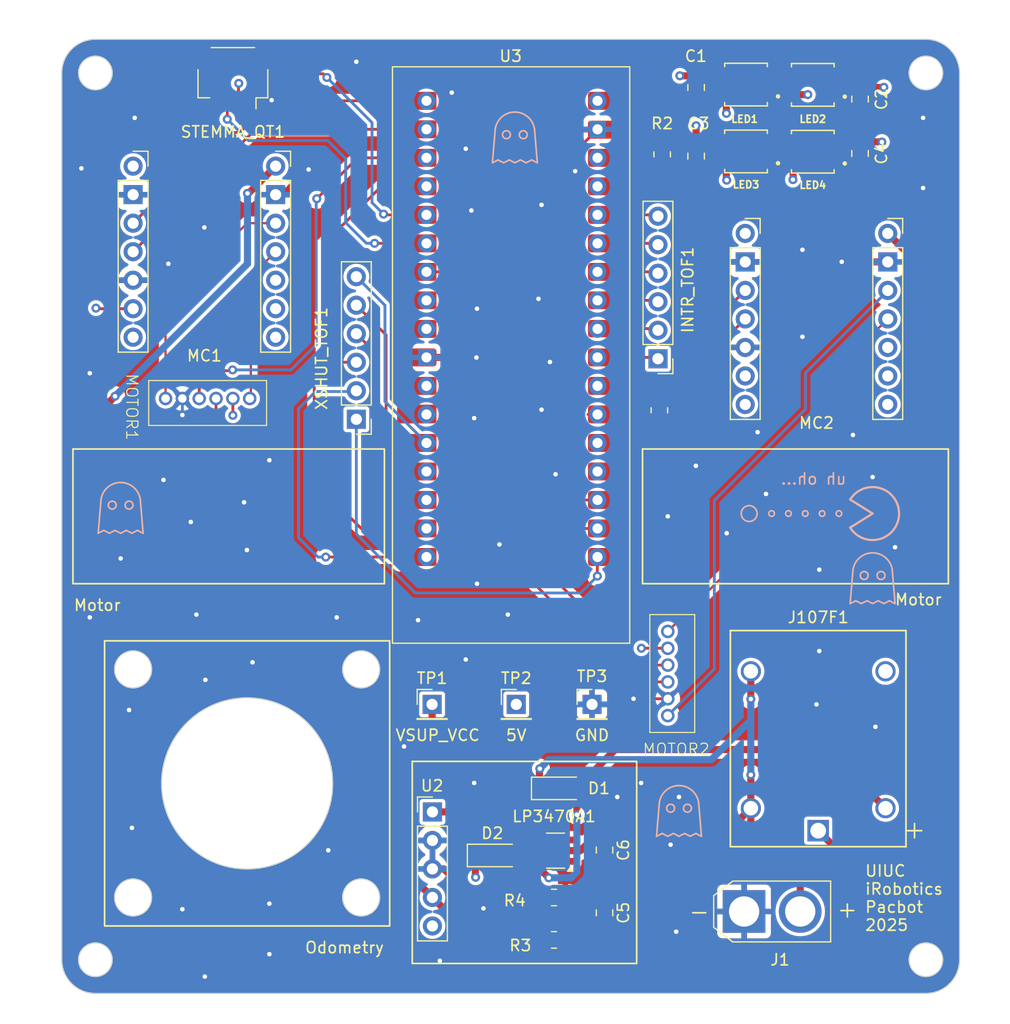
<source format=kicad_pcb>
(kicad_pcb (version 20240108) (generator "pcbnew") (generator_version "8.0")
  (layers (0 "F.Cu" power) (1 "In1.Cu" signal) (2 "In2.Cu" signal) (31 "B.Cu" power) (34 "B.Paste" user) (35 "F.Paste" user) (36 "B.SilkS" user "B.Silkscreen") (37 "F.SilkS" user "F.Silkscreen") (38 "B.Mask" user) (39 "F.Mask" user) (44 "Edge.Cuts" user))
  (net 0 "")
  (net 1 "/SERIAL_DATA_LINE")
  (net 2 "/+3.3V")
  (net 3 "/SERIAL_CLOCK_LINE")
  (net 4 "/GND")
  (net 5 "/INTR_TOF3")
  (net 6 "/INTR_TOF4")
  (net 7 "/INTR_TOF5")
  (net 8 "/INTR_TOF2")
  (net 9 "/INTR_TOF6")
  (net 10 "/INTR_TOF1")
  (net 11 "/BAT_12V")
  (net 12 "Net-(D1-A)")
  (net 14 "/12V")
  (net 15 "/MOTOR1_V-")
  (net 16 "/1_ENCA")
  (net 17 "/1_ENCB")
  (net 18 "/MOTOR1_V+")
  (net 19 "/MOTOR2_V-")
  (net 20 "/MOTOR2_V+")
  (net 21 "/2_ENCA")
  (net 22 "/2_ENCB")
  (net 24 "/5V")
  (net 25 "/IMU_INTR")
  (net 27 "Net-(D2-A)")
  (net 28 "/LED_DATA")
  (net 29 "/2_PWM2")
  (net 30 "/XSHUT_TOF2")
  (net 31 "/1_PWM2")
  (net 33 "/XSHUT_TOF6")
  (net 34 "/XSHUT_TOF1")
  (net 35 "/1_PWM1")
  (net 37 "/XSHUT_TOF5")
  (net 38 "/XSHUT_TOF3")
  (net 39 "/XSHUT_TOF4")
  (net 41 "/2_PWM1")
  (net 42 "Net-(LP3470A1-GND)")
  (net 43 "Net-(LP3470A1-VCC)")
  (net 46 "Net-(LED1-DIN)")
  (net 47 "Net-(LED3-DOUT)")
  (net 49 "Net-(LED1-DOUT)")
  (net 50 "Net-(LED2-DOUT)")
  (footprint "Resistor_SMD:R_0805_2012Metric_Pad1.20x1.40mm_HandSolder" (layer "F.Cu") (at 155.415 137.73)
    (property "Reference" "R4")
    (property "Value" "100k")
  )
  (footprint "board1_footprints:Neopixel" (layer "F.Cu") (at 172.52 71.265 180)
    (property "Reference" "LED3")
    (property "Value" "Neopixel")
  )
  (footprint "Capacitor_SMD:C_0805_2012Metric_Pad1.18x1.45mm_HandSolder" (layer "F.Cu") (at 168.075 65.5675 -90)
    (property "Reference" "C1")
    (property "Value" "0.1uF")
  )
  (footprint "board1_footprints:DRV8876" (layer "F.Cu") (at 124.26 66.7175)
    (property "Reference" "MC1")
    (property "Value" "DRV8876")
  )
  (footprint "board1_footprints:SOD-123FL" (layer "F.Cu") (at 155.955 122.925)
    (property "Reference" "D1")
    (property "Value" "D")
  )
  (footprint "Resistor_SMD:R_0805_2012Metric_Pad1.20x1.40mm_HandSolder" (layer "F.Cu") (at 164.8 94.325 90)
    (property "Reference" "R1" (hide yes))
    (property "Value" "4.7k")
  )
  (footprint "board1_footprints:ProS3_TH (1)" (layer "F.Cu") (at 151.69 87.075)
    (property "Reference" "U3")
    (property "Value" "ProS3")
  )
  (footprint "Resistor_SMD:R_0805_2012Metric_Pad1.20x1.40mm_HandSolder" (layer "F.Cu") (at 165.05 71.525 90)
    (property "Reference" "R2")
    (property "Value" "500")
  )
  (footprint "board1_footprints:Neopixel" (layer "F.Cu") (at 172.52 65.31 180)
    (property "Reference" "LED1")
    (property "Value" "Neopixel")
  )
  (footprint "board1_footprints:J107" (layer "F.Cu") (at 178.949999 131.774996 180)
    (property "Reference" "J107F1")
    (property "Value" "~")
  )
  (footprint "Connector_PinHeader_2.54mm:PinHeader_1x01_P2.54mm_Vertical" (layer "F.Cu") (at 144.55 120.525)
    (property "Reference" "TP1")
    (property "Value" "VSUP_VCC")
  )
  (footprint "board1_footprints:DRV8876" (layer "F.Cu") (at 178.8 72.7075)
    (property "Reference" "MC2")
    (property "Value" "DRV8876")
  )
  (footprint "Capacitor_SMD:C_0805_2012Metric_Pad1.18x1.45mm_HandSolder" (layer "F.Cu") (at 159.915 133.505 -90)
    (property "Reference" "C6")
    (property "Value" "0.1uF")
  )
  (footprint "Connector_JST:JST_SH_SM04B-SRSS-TB_1x04-1MP_P1.00mm_Horizontal" (layer "F.Cu") (at 126.8 64.7 180)
    (property "Reference" "STEMMA_QT1")
    (property "Value" "TOF_STEMMA")
  )
  (footprint "Connector_PinHeader_2.54mm:PinHeader_1x06_P2.54mm_Vertical" (layer "F.Cu") (at 164.675 89.735 180)
    (property "Reference" "INTR_TOF1")
    (property "Value" "Conn_01x06_Socket2")
  )
  (footprint "Connector_PinHeader_2.54mm:PinHeader_1x01_P2.54mm_Vertical" (layer "F.Cu") (at 158.8 120.525)
    (property "Reference" "TP3")
    (property "Value" "GND")
  )
  (footprint "board1_footprints:Neopixel" (layer "F.Cu") (at 178.47 71.29 180)
    (property "Reference" "LED4")
    (property "Value" "Neopixel")
  )
  (footprint "board1_footprints:ZH1.5-6" (layer "F.Cu") (at 128.3 93.275 -90)
    (property "Reference" "MOTOR1")
    (property "Value" "Conn_01x06_Pin")
  )
  (footprint "Connector_AMASS:AMASS_XT30U-M_1x02_P5.0mm_Vertical" (layer "F.Cu") (at 172.35 138.975)
    (property "Reference" "J1")
    (property "Value" "XT30 Male Connector")
  )
  (footprint "board1_footprints:SOD-123FL" (layer "F.Cu") (at 150.2425 128.905)
    (property "Reference" "D2")
    (property "Value" "D")
  )
  (footprint "Connector_PinHeader_2.54mm:PinHeader_1x05_P2.54mm_Vertical" (layer "F.Cu") (at 144.58 130.105)
    (property "Reference" "U2")
    (property "Value" "D24V50F5")
  )
  (footprint "Capacitor_SMD:C_0805_2012Metric_Pad1.18x1.45mm_HandSolder" (layer "F.Cu") (at 182.68 66.605 -90)
    (property "Reference" "C2")
    (property "Value" "0.1uF")
  )
  (footprint "Package_TO_SOT_SMD:SOT-23-5" (layer "F.Cu") (at 155.5525 133.555 180)
    (property "Reference" "LP3470A1")
    (property "Value" "~")
  )
  (footprint "Resistor_SMD:R_0805_2012Metric_Pad1.20x1.40mm_HandSolder" (layer "F.Cu") (at 155.415 141.505 180)
    (property "Reference" "R3")
    (property "Value" "150k")
  )
  (footprint "Capacitor_SMD:C_0805_2012Metric_Pad1.18x1.45mm_HandSolder" (layer "F.Cu") (at 159.915 139.0925 -90)
    (property "Reference" "C5")
    (property "Value" "0.1uF")
  )
  (footprint "Connector_PinHeader_2.54mm:PinHeader_1x06_P2.54mm_Vertical" (layer "F.Cu") (at 137.8 95.125 180)
    (property "Reference" "XSHUT_TOF1")
    (property "Value" "Conn_01x06_Socket" (hide yes))
  )
  (footprint "Capacitor_SMD:C_0805_2012Metric_Pad1.18x1.45mm_HandSolder" (layer "F.Cu") (at 168.075 71.685 -90)
    (property "Reference" "C3")
    (property "Value" "0.1uF")
  )
  (footprint "Connector_PinHeader_2.54mm:PinHeader_1x01_P2.54mm_Vertical" (layer "F.Cu") (at 152.05 120.525)
    (property "Reference" "TP2")
    (property "Value" "5V")
  )
  (footprint "board1_footprints:Neopixel" (layer "F.Cu") (at 178.47 65.335 180)
    (property "Reference" "LED2")
    (property "Value" "Neopixel")
  )
  (footprint "Capacitor_SMD:C_0805_2012Metric_Pad1.18x1.45mm_HandSolder" (layer "F.Cu") (at 182.68 71.4525 -90)
    (property "Reference" "C4")
    (property "Value" "0.1uF")
  )
  (footprint "board1_footprints:ZH1.5-6" (layer "F.Cu") (at 165.55 114.025)
    (property "Reference" "MOTOR2")
    (property "Value" "Conn_01x06_Pin")
  )
  (gr_line (start 165.55 132.275) (end 166.05 132.025) (stroke (width 0.15)) (layer "B.SilkS"))
  (gr_line (start 150.925 72.275) (end 151.425 72.025) (stroke (width 0.15)) (layer "B.SilkS"))
  (gr_line (start 115.799999 105.275) (end 116.299999 105.025) (stroke (width 0.15)) (layer "B.SilkS"))
  (gr_line (start 117.799999 105.275) (end 118.299999 105.025) (stroke (width 0.15)) (layer "B.SilkS"))
  (gr_circle (center 183.05 109.042766) (end 182.8 108.792766) (stroke (width 0.15)) (fill none) (layer "B.SilkS"))
  (gr_line (start 164.8 129.275) (end 164.55 132.275) (stroke (width 0.15)) (layer "B.SilkS"))
  (gr_arc (start 150.175001 69.275) (mid 151.925 67.757234) (end 153.674999 69.275) (stroke (width 0.15)) (layer "B.SilkS"))
  (gr_arc (start 181.8 102.275) (mid 186.158493 103.525) (end 181.8 104.775) (stroke (width 0.2)) (layer "B.SilkS"))
  (gr_line (start 181.8 111.542766) (end 182.3 111.292766) (stroke (width 0.15)) (layer "B.SilkS"))
  (gr_line (start 185.3 111.292766) (end 185.8 111.542766) (stroke (width 0.15)) (layer "B.SilkS"))
  (gr_arc (start 115.05 102.275) (mid 116.799999 100.757234) (end 118.549998 102.275) (stroke (width 0.15)) (layer "B.SilkS"))
  (gr_line (start 149.925 72.275) (end 150.425 72.025) (stroke (width 0.15)) (layer "B.SilkS"))
  (gr_line (start 116.799999 105.275) (end 117.299999 105.025) (stroke (width 0.15)) (layer "B.SilkS"))
  (gr_circle (center 174.8 103.525) (end 174.8 103.275) (stroke (width 0.15)) (fill none) (layer "B.SilkS"))
  (gr_line (start 183.3 111.292766) (end 183.8 111.542766) (stroke (width 0.15)) (layer "B.SilkS"))
  (gr_arc (start 182.050001 108.542766) (mid 183.8 107.025) (end 185.549999 108.542766) (stroke (width 0.15)) (layer "B.SilkS"))
  (gr_circle (center 180.8 103.525) (end 180.55 103.525) (stroke (width 0.15)) (fill none) (layer "B.SilkS"))
  (gr_circle (center 152.675 69.775) (end 152.425 69.525) (stroke (width 0.15)) (fill none) (layer "B.SilkS"))
  (gr_line (start 185.55 108.542766) (end 185.8 111.542766) (stroke (width 0.15)) (layer "B.SilkS"))
  (gr_line (start 167.05 132.025) (end 167.55 132.275) (stroke (width 0.15)) (layer "B.SilkS"))
  (gr_circle (center 184.55 109.042766) (end 184.3 108.792766) (stroke (width 0.15)) (fill none) (layer "B.SilkS"))
  (gr_line (start 166.55 132.275) (end 167.05 132.025) (stroke (width 0.15)) (layer "B.SilkS"))
  (gr_line (start 168.3 129.275) (end 168.55 132.275) (stroke (width 0.15)) (layer "B.SilkS"))
  (gr_line (start 152.925 72.275) (end 153.425 72.025) (stroke (width 0.15)) (layer "B.SilkS"))
  (gr_line (start 117.299999 105.025) (end 117.799999 105.275) (stroke (width 0.15)) (layer "B.SilkS"))
  (gr_line (start 183.8 111.542766) (end 184.3 111.292766) (stroke (width 0.15)) (layer "B.SilkS"))
  (gr_line (start 150.175 69.275) (end 149.925 72.275) (stroke (width 0.15)) (layer "B.SilkS"))
  (gr_line (start 165.05 132.025) (end 165.55 132.275) (stroke (width 0.15)) (layer "B.SilkS"))
  (gr_line (start 114.799999 105.275) (end 115.299999 105.025) (stroke (width 0.15)) (layer "B.SilkS"))
  (gr_line (start 167.55 132.275) (end 168.05 132.025) (stroke (width 0.15)) (layer "B.SilkS"))
  (gr_line (start 153.425 72.025) (end 153.925 72.275) (stroke (width 0.15)) (layer "B.SilkS"))
  (gr_line (start 151.925 72.275) (end 152.425 72.025) (stroke (width 0.15)) (layer "B.SilkS"))
  (gr_line (start 168.05 132.025) (end 168.55 132.275) (stroke (width 0.15)) (layer "B.SilkS"))
  (gr_circle (center 165.8 129.775) (end 165.55 129.525) (stroke (width 0.15)) (fill none) (layer "B.SilkS"))
  (gr_line (start 164.55 132.275) (end 165.05 132.025) (stroke (width 0.15)) (layer "B.SilkS"))
  (gr_circle (center 179.3 103.525) (end 179.05 103.525) (stroke (width 0.15)) (fill none) (layer "B.SilkS"))
  (gr_circle (center 167.3 129.775) (end 167.05 129.525) (stroke (width 0.15)) (fill none) (layer "B.SilkS"))
  (gr_line (start 151.425 72.025) (end 151.925 72.275) (stroke (width 0.15)) (layer "B.SilkS"))
  (gr_line (start 152.425 72.025) (end 152.925 72.275) (stroke (width 0.15)) (layer "B.SilkS"))
  (gr_line (start 166.05 132.025) (end 166.55 132.275) (stroke (width 0.15)) (layer "B.SilkS"))
  (gr_line (start 115.049999 102.275) (end 114.799999 105.275) (stroke (width 0.15)) (layer "B.SilkS"))
  (gr_circle (center 176.3 103.525) (end 176.05 103.525) (stroke (width 0.15)) (fill none) (layer "B.SilkS"))
  (gr_line (start 182.05 108.542766) (end 181.8 111.542766) (stroke (width 0.15)) (layer "B.SilkS"))
  (gr_circle (center 116.049999 102.775) (end 115.799999 102.525) (stroke (width 0.15)) (fill none) (layer "B.SilkS"))
  (gr_line (start 118.299999 105.025) (end 118.799999 105.275) (stroke (width 0.15)) (layer "B.SilkS"))
  (gr_line (start 184.8 111.542766) (end 185.3 111.292766) (stroke (width 0.15)) (layer "B.SilkS"))
  (gr_line (start 184.3 111.292766) (end 184.8 111.542766) (stroke (width 0.15)) (layer "B.SilkS"))
  (gr_line (start 150.425 72.025) (end 150.925 72.275) (stroke (width 0.15)) (layer "B.SilkS"))
  (gr_line (start 181.8 102.275) (end 183.8 103.525) (stroke (width 0.2)) (layer "B.SilkS"))
  (gr_line (start 182.8 111.542766) (end 183.3 111.292766) (stroke (width 0.15)) (layer "B.SilkS"))
  (gr_line (start 182.3 111.292766) (end 182.8 111.542766) (stroke (width 0.15)) (layer "B.SilkS"))
  (gr_line (start 118.549999 102.275) (end 118.799999 105.275) (stroke (width 0.15)) (layer "B.SilkS"))
  (gr_line (start 153.675 69.275) (end 153.925 72.275) (stroke (width 0.15)) (layer "B.SilkS"))
  (gr_arc (start 164.800001 129.275) (mid 166.55 127.757234) (end 168.299999 129.275) (stroke (width 0.15)) (layer "B.SilkS"))
  (gr_line (start 115.299999 105.025) (end 115.799999 105.275) (stroke (width 0.15)) (layer "B.SilkS"))
  (gr_line (start 181.8 104.775) (end 183.8 103.525) (stroke (width 0.2)) (layer "B.SilkS"))
  (gr_circle (center 172.8 103.525) (end 172.3 103.025) (stroke (width 0.15)) (fill none) (layer "B.SilkS"))
  (gr_circle (center 177.8 103.525) (end 177.55 103.525) (stroke (width 0.15)) (fill none) (layer "B.SilkS"))
  (gr_line (start 116.299999 105.025) (end 116.799999 105.275) (stroke (width 0.15)) (layer "B.SilkS"))
  (gr_circle (center 151.175 69.775) (end 150.925 69.525) (stroke (width 0.15)) (fill none) (layer "B.SilkS"))
  (gr_circle (center 117.549999 102.775) (end 117.299999 102.525) (stroke (width 0.15)) (fill none) (layer "B.SilkS"))
  (gr_rect (start 112.55 97.775) (end 140.3 109.775) (stroke (width 0.15)) (fill none) (layer "F.SilkS"))
  (gr_rect (start 163.3 97.775) (end 190.55 109.775) (stroke (width 0.15)) (fill none) (layer "F.SilkS"))
  (gr_rect (start 115.37 114.865) (end 140.77 140.265) (stroke (width 0.15)) (fill none) (layer "F.SilkS"))
  (gr_rect (start 142.78 125.605) (end 162.78 143.605) (stroke (width 0.15)) (fill none) (layer "F.SilkS"))
  (gr_line (start 188.55 146.275) (end 114.55 146.275) (stroke (width 0.1)) (layer "Edge.Cuts"))
  (gr_arc (start 188.55 61.275) (mid 190.67132 62.15368) (end 191.55 64.275) (stroke (width 0.1)) (layer "Edge.Cuts"))
  (gr_line (start 114.55 61.275) (end 188.55 61.275) (stroke (width 0.1)) (layer "Edge.Cuts"))
  (gr_circle (center 128.07 127.565) (end 135.69 127.565) (stroke (width 0.1)) (fill none) (layer "Edge.Cuts"))
  (gr_line (start 111.55 143.275) (end 111.55 64.275) (stroke (width 0.1)) (layer "Edge.Cuts"))
  (gr_circle (center 138.23 117.405) (end 139.881 117.405) (stroke (width 0.1)) (fill none) (layer "Edge.Cuts"))
  (gr_circle (center 117.91 137.725) (end 119.561 137.725) (stroke (width 0.1)) (fill none) (layer "Edge.Cuts"))
  (gr_line (start 191.55 64.275) (end 191.55 143.275) (stroke (width 0.1)) (layer "Edge.Cuts"))
  (gr_circle (center 114.55 143.275) (end 116.05 143.275) (stroke (width 0.1)) (fill none) (layer "Edge.Cuts"))
  (gr_circle (center 114.55 64.275) (end 116.05 64.275) (stroke (width 0.1)) (fill none) (layer "Edge.Cuts"))
  (gr_circle (center 117.91 117.405) (end 119.561 117.405) (stroke (width 0.1)) (fill none) (layer "Edge.Cuts"))
  (gr_arc (start 191.55 143.275) (mid 190.67132 145.39632) (end 188.55 146.275) (stroke (width 0.1)) (layer "Edge.Cuts"))
  (gr_circle (center 188.55 64.275) (end 190.05 64.275) (stroke (width 0.1)) (fill none) (layer "Edge.Cuts"))
  (gr_arc (start 114.55 146.275) (mid 112.42868 145.39632) (end 111.55 143.275) (stroke (width 0.1)) (layer "Edge.Cuts"))
  (gr_circle (center 188.55 143.275) (end 190.05 143.275) (stroke (width 0.1)) (fill none) (layer "Edge.Cuts"))
  (gr_arc (start 111.55 64.275) (mid 112.42868 62.15368) (end 114.55 61.275) (stroke (width 0.1)) (layer "Edge.Cuts"))
  (gr_circle (center 138.23 137.725) (end 139.881 137.725) (stroke (width 0.1)) (fill none) (layer "Edge.Cuts"))
  (gr_text "uh oh..." (at 181.55 101.025 0) (layer "B.SilkS") (effects (font (size 1 1)) (justify left bottom mirror)))
  (gr_text "VSUP_VCC\n" (at 145.05 123.275 0) (layer "F.SilkS") (effects (font (size 1 1))))
  (gr_text "Odometry" (at 133.15 142.775 0) (layer "F.SilkS") (effects (font (size 1 1)) (justify left bottom)))
  (gr_text "GND" (at 158.8 123.275 0) (layer "F.SilkS") (effects (font (size 1 1))))
  (gr_text "Motor" (at 112.55 112.275 0) (layer "F.SilkS") (effects (font (size 1 1)) (justify left bottom)))
  (gr_text "Motor" (at 190.05 111.775 0) (layer "F.SilkS") (effects (font (size 1 1)) (justify right bottom)))
  (gr_text "5V" (at 152.05 123.275 0) (layer "F.SilkS") (effects (font (size 1 1))))
  (gr_text "UIUC\niRobotics\nPacbot\n2025" (at 183.05 140.775 0) (layer "F.SilkS") (effects (font (size 1 1)) (justify left bottom)))
  (segment (start 139.795 79.455) (end 139.43 79.455) (width 0.25) (layer "F.Cu") (net 1))
  (segment (start 139.43 79.455) (end 139.425 79.45) (width 0.25) (layer "F.Cu") (net 1))
  (segment (start 126.3 66.7) (end 126.3 68.4) (width 0.25) (layer "F.Cu") (net 1))
  (segment (start 139.795 79.455) (end 144.05 79.455) (width 0.25) (layer "F.Cu") (net 1))
  (via (at 139.425 79.45) (size 0.8) (drill 0.4) (layers "F.Cu" "B.Cu") (net 1))
  (via (at 126.3 68.4) (size 0.8) (drill 0.4) (layers "F.Cu" "B.Cu") (net 1))
  (segment (start 138.7 79.45) (end 136.85 77.6) (width 0.25) (layer "B.Cu") (net 1))
  (segment (start 126.3 68.4) (end 128.2 70.3) (width 0.25) (layer "B.Cu") (net 1))
  (segment (start 128.2 70.3) (end 135.25 70.3) (width 0.25) (layer "B.Cu") (net 1))
  (segment (start 139.425 79.45) (end 138.7 79.45) (width 0.25) (layer "B.Cu") (net 1))
  (segment (start 136.85 71.9) (end 136.85 77.6) (width 0.25) (layer "B.Cu") (net 1))
  (segment (start 135.25 70.3) (end 136.85 71.9) (width 0.25) (layer "B.Cu") (net 1))
  (segment (start 158.440001 94.695) (end 159.29 94.695) (width 0.254) (layer "F.Cu") (net 2))
  (segment (start 160.8225 95.325) (end 160.1925 94.695) (width 0.254) (layer "F.Cu") (net 2))
  (segment (start 114.6525 85.2775) (end 117.91 85.2775) (width 0.254) (layer "F.Cu") (net 2))
  (segment (start 164.8 95.325) (end 160.8225 95.325) (width 0.254) (layer "F.Cu") (net 2))
  (segment (start 127.3 66.7) (end 127.3 65.225) (width 0.254) (layer "F.Cu") (net 2))
  (segment (start 126.8 93.275) (end 126.8 94.775) (width 0.254) (layer "F.Cu") (net 2))
  (segment (start 127.3 65.225) (end 127.325 65.2) (width 0.254) (layer "F.Cu") (net 2))
  (segment (start 165.55 115.525) (end 163.2 115.525) (width 0.254) (layer "F.Cu") (net 2))
  (segment (start 114.6 85.225) (end 114.6525 85.2775) (width 0.254) (layer "F.Cu") (net 2))
  (via (at 163.2 115.525) (size 0.8) (drill 0.4) (layers "F.Cu" "B.Cu") (net 2))
  (via (at 127.325 65.2) (size 0.8) (drill 0.4) (layers "F.Cu" "B.Cu") (net 2))
  (via (at 114.6 85.225) (size 0.8) (drill 0.4) (layers "F.Cu" "B.Cu") (net 2))
  (via (at 126.8 94.775) (size 0.8) (drill 0.4) (layers "F.Cu" "B.Cu") (net 2))
  (segment (start 140.225 76.85) (end 140.29 76.915) (width 0.25) (layer "F.Cu") (net 3))
  (segment (start 134.85 64.35) (end 135.175 64.675) (width 0.25) (layer "F.Cu") (net 3))
  (segment (start 140.29 76.915) (end 143.1875 76.915) (width 0.25) (layer "F.Cu") (net 3))
  (segment (start 125.3 65.925001) (end 126.875001 64.35) (width 0.25) (layer "F.Cu") (net 3))
  (segment (start 126.875001 64.35) (end 134.85 64.35) (width 0.25) (layer "F.Cu") (net 3))
  (segment (start 125.3 66.7) (end 125.3 65.925001) (width 0.25) (layer "F.Cu") (net 3))
  (via (at 135.175 64.675) (size 0.8) (drill 0.4) (layers "F.Cu" "B.Cu") (net 3))
  (via (at 140.225 76.85) (size 0.8) (drill 0.4) (layers "F.Cu" "B.Cu") (net 3))
  (segment (start 139.2 75.825) (end 140.225 76.85) (width 0.25) (layer "B.Cu") (net 3))
  (segment (start 135.175 64.675) (end 139.2 68.7) (width 0.25) (layer "B.Cu") (net 3))
  (segment (start 139.2 68.7) (end 139.2 75) (width 0.25) (layer "B.Cu") (net 3))
  (segment (start 139.2 75) (end 139.2 75.825) (width 0.25) (layer "B.Cu") (net 3))
  (segment (start 130.61 75.1175) (end 131.3075 75.1175) (width 0.635) (layer "F.Cu") (net 4))
  (segment (start 157.3 71.285) (end 159.29 69.295) (width 0.254) (layer "F.Cu") (net 4))
  (segment (start 144.58 135.185) (end 145.61 135.185) (width 0.635) (layer "F.Cu") (net 4))
  (segment (start 145.61 135.185) (end 149.125 138.7) (width 0.635) (layer "F.Cu") (net 4))
  (segment (start 131.3075 75.1175) (end 133.55 72.875) (width 0.635) (layer "F.Cu") (net 4))
  (segment (start 185.15 81.1075) (end 181.0575 81.1075) (width 0.635) (layer "F.Cu") (net 4))
  (segment (start 144.05 89.615) (end 148.49 89.615) (width 0.635) (layer "F.Cu") (net 4))
  (segment (start 148.49 89.615) (end 148.5 89.625) (width 0.635) (layer "F.Cu") (net 4))
  (segment (start 159.32 69.325) (end 159.29 69.295) (width 0.254) (layer "F.Cu") (net 4))
  (segment (start 159.59 137.73) (end 159.915 138.055) (width 0.635) (layer "F.Cu") (net 4))
  (segment (start 162.5 120.025) (end 165.55 120.025) (width 0.254) (layer "F.Cu") (net 4))
  (segment (start 160.19 69.325) (end 159.32 69.325) (width 0.254) (layer "F.Cu") (net 4))
  (segment (start 181.0575 81.1075) (end 181.05 81.1) (width 0.635) (layer "F.Cu") (net 4))
  (segment (start 128.3 66.7) (end 130.25 66.7) (width 0.25) (layer "F.Cu") (net 4))
  (segment (start 157.3 73.025) (end 157.3 71.285) (width 0.254) (layer "F.Cu") (net 4))
  (via (at 123.05 104.275) (size 0.8) (drill 0.4) (layers "F.Cu" "B.Cu") (net 4))
  (via (at 121.05 81.275) (size 0.8) (drill 0.4) (layers "F.Cu" "B.Cu") (net 4))
  (via (at 183.8 100.275) (size 0.8) (drill 0.4) (layers "F.Cu" "B.Cu") (net 4))
  (via (at 127.8 102.525) (size 0.8) (drill 0.4) (layers "F.Cu" "B.Cu") (net 4))
  (via (at 133.55 72.875) (size 0.8) (drill 0.4) (layers "F.Cu" "B.Cu") (net 4))
  (via (at 179.05 108.525) (size 0.8) (drill 0.4) (layers "F.Cu" "B.Cu") (net 4))
  (via (at 124.3 144.775) (size 0.8) (drill 0.4) (layers "F.Cu" "B.Cu") (net 4))
  (via (at 173.55 96.275) (size 0.8) (drill 0.4) (layers "F.Cu" "B.Cu") (net 4))
  (via (at 177.55 87.775) (size 0.8) (drill 0.4) (layers "F.Cu" "B.Cu") (net 4))
  (via (at 165.8 133.025) (size 0.8) (drill 0.4) (layers "F.Cu" "B.Cu") (net 4))
  (via (at 118.05 68.275) (size 0.8) (drill 0.4) (layers "F.Cu" "B.Cu") (net 4))
  (via (at 147.55 71.025) (size 0.8) (drill 0.4) (layers "F.Cu" "B.Cu") (net 4))
  (via (at 154.028803 84.397554) (size 0.8) (drill 0.4) (layers "F.Cu" "B.Cu") (net 4))
  (via (at 166.3 140.775) (size 0.8) (drill 0.4) (layers "F.Cu" "B.Cu") (net 4))
  (via (at 188.3 74.525) (size 0.8) (drill 0.4) (layers "F.Cu" "B.Cu") (net 4))
  (via (at 177.55 80.025) (size 0.8) (drill 0.4) (layers "F.Cu" "B.Cu") (net 4))
  (via (at 123.55 112.525) (size 0.8) (drill 0.4) (layers "F.Cu" "B.Cu") (net 4))
  (via (at 130.05 98.775) (size 0.8) (drill 0.4) (layers "F.Cu" "B.Cu") (net 4))
  (via (at 146.3 66.025) (size 0.8) (drill 0.4) (layers "F.Cu" "B.Cu") (net 4))
  (via (at 149.125 138.7) (size 0.8) (drill 0.4) (layers "F.Cu" "B.Cu") (net 4))
  (via (at 154.3 76.025) (size 0.8) (drill 0.4) (layers "F.Cu" "B.Cu") (net 4))
  (via (at 148.5 89.625) (size 0.8) (drill 0.4) (layers "F.Cu" "B.Cu") (net 4))
  (via (at 136.05 112.775) (size 0.8) (drill 0.4) (layers "F.Cu" "B.Cu") (net 4))
  (via (at 150.55 106.275) (size 0.8) (drill 0.4) (layers "F.Cu" "B.Cu") (net 4))
  (via (at 184.05 122.525) (size 0.8) (drill 0.4) (layers "F.Cu" "B.Cu") (net 4))
  (via (at 130.05 138.275) (size 0.8) (drill 0.4) (layers "F.Cu" "B.Cu") (net 4))
  (via (at 116.8 107.525) (size 0.8) (drill 0.4) (layers "F.Cu" "B.Cu") (net 4))
  (via (at 181.05 81.1) (size 0.8) (drill 0.4) (layers "F.Cu" "B.Cu") (net 4))
  (via (at 185.8 106.525) (size 0.8) (drill 0.4) (layers "F.Cu" "B.Cu") (net 4))
  (via (at 161.05 128.775) (size 0.8) (drill 0.4) (layers "F.Cu" "B.Cu") (net 4))
  (via (at 148.05 76.525) (size 0.8) (drill 0.4) (layers "F.Cu" "B.Cu") (net 4))
  (via (at 130.25 66.7) (size 0.8) (drill 0.4) (layers "F.Cu" "B.Cu") (net 4))
  (via (at 117.8 131.525) (size 0.8) (drill 0.4) (layers "F.Cu" "B.Cu") (net 4))
  (via (at 124.347233 118.340958) (size 0.8) (drill 0.4) (layers "F.Cu" "B.Cu") (net 4))
  (via (at 188.3 68.275) (size 0.8) (drill 0.4) (layers "F.Cu" "B.Cu") (net 4))
  (via (at 174.3 101.775) (size 0.8) (drill 0.4) (layers "F.Cu" "B.Cu") (net 4))
  (via (at 114.05 91.025) (size 0.8) (drill 0.4) (layers "F.Cu" "B.Cu") (net 4))
  (via (at 178.8 120.525) (size 0.8) (drill 0.4) (layers "F.Cu" "B.Cu") (net 4))
  (via (at 154.3 94.275) (size 0.8) (drill 0.4) (layers "F.Cu" "B.Cu") (net 4))
  (via (at 179.05 115.775) (size 0.8) (drill 0.4) (layers "F.Cu" "B.Cu") (net 4))
  (via (at 122.3 138.775) (size 0.8) (drill 0.4) (layers "F.Cu" "B.Cu") (net 4))
  (via (at 114.05 112.775) (size 0.8) (drill 0.4) (layers "F.Cu" "B.Cu") (net 4))
  (via (at 165.55 103.775) (size 0.8) (drill 0.4) (layers "F.Cu" "B.Cu") (net 4))
  (via (at 155.55 100.025) (size 0.8) (drill 0.4) (layers "F.Cu" "B.Cu") (net 4))
  (via (at 135.3 133.525) (size 0.8) (drill 0.4) (layers "F.Cu" "B.Cu") (net 4))
  (via (at 155.05 90.025) (size 0.8) (drill 0.4) (layers "F.Cu" "B.Cu") (net 4))
  (via (at 128.55 116.775) (size 0.8) (drill 0.4) (layers "F.Cu" "B.Cu") (net 4))
  (via (at 168.05 99.275) (size 0.8) (drill 0.4) (layers "F.Cu" "B.Cu") (net 4))
  (via (at 142.05 124.275) (size 0.8) (drill 0.4) (layers "F.Cu" "B.Cu") (net 4))
  (via (at 122.3 94.75) (size 0.8) (drill 0.4) (layers "F.Cu" "B.Cu") (net 4))
  (via (at 113.3 72.775) (size 0.8) (drill 0.4) (layers "F.Cu" "B.Cu") (net 4))
  (via (at 166.55 128.775) (size 0.8) (drill 0.4) (layers "F.Cu" "B.Cu") (net 4))
  (via (at 182.05 96.525) (size 0.8) (drill 0.4) (layers "F.Cu" "B.Cu") (net 4))
  (via (at 157.3 73.025) (size 0.8) (drill 0.4) (layers "F.Cu" "B.Cu") (net 4))
  (via (at 148.55 85.275) (size 0.8) (drill 0.4) (layers "F.Cu" "B.Cu") (net 4))
  (via (at 162.5 120.025) (size 0.8) (drill 0.4) (layers "F.Cu" "B.Cu") (net 4))
  (via (at 120.616501 100.529891) (size 0.8) (drill 0.4) (layers "F.Cu" "B.Cu") (net 4))
  (via (at 145.239722 143.366154) (size 0.8) (drill 0.4) (layers "F.Cu" "B.Cu") (net 4))
  (via (at 151.3 112.525) (size 0.8) (drill 0.4) (layers "F.Cu" "B.Cu") (net 4))
  (via (at 148.55 109.775) (size 0.8) (drill 0.4) (layers "F.Cu" "B.Cu") (net 4))
  (via (at 148.3 127.525) (size 0.8) (drill 0.4) (layers "F.Cu" "B.Cu") (net 4))
  (via (at 128.05 106.775) (size 0.8) (drill 0.4) (layers "F.Cu" "B.Cu") (net 4))
  (via (at 170.8 105.275) (size 0.8) (drill 0.4) (layers "F.Cu" "B.Cu") (net 4))
  (via (at 143.3 113.025) (size 0.8) (drill 0.4) (layers "F.Cu" "B.Cu") (net 4))
  (via (at 137.8 63.275) (size 0.8) (drill 0.4) (layers "F.Cu" "B.Cu") (net 4))
  (via (at 124.26 78.035) (size 0.8) (drill 0.4) (layers "F.Cu" "B.Cu") (net 4))
  (via (at 147.55 116.525) (size 0.8) (drill 0.4) (layers "F.Cu" "B.Cu") (net 4))
  (via (at 163.175 127.525) (size 0.8) (drill 0.4) (layers "F.Cu" "B.Cu") (net 4))
  (via (at 117.55 121.025) (size 0.8) (drill 0.4) (layers "F.Cu" "B.Cu") (net 4))
  (via (at 130.05 142.775) (size 0.8) (drill 0.4) (layers "F.Cu" "B.Cu") (net 4))
  (via (at 148.3 95.025) (size 0.8) (drill 0.4) (layers "F.Cu" "B.Cu") (net 4))
  (segment (start 122.3 93.275) (end 122.3 94.75) (width 0.254) (layer "B.Cu") (net 4))
  (segment (start 164.555 81.995) (end 164.675 82.115) (width 0.254) (layer "F.Cu") (net 5))
  (segment (start 160.1925 81.995) (end 164.555 81.995) (width 0.254) (layer "F.Cu") (net 5))
  (segment (start 160.1925 84.53) (end 164.55 84.53) (width 0.254) (layer "F.Cu") (net 6))
  (segment (start 164.55 84.53) (end 164.675 84.655) (width 0.254) (layer "F.Cu") (net 6))
  (segment (start 164.53 87.05) (end 164.675 87.195) (width 0.254) (layer "F.Cu") (net 7))
  (segment (start 160.1925 87.05) (end 164.53 87.05) (width 0.254) (layer "F.Cu") (net 7))
  (segment (start 160.1925 79.455) (end 164.555 79.455) (width 0.254) (layer "F.Cu") (net 8))
  (segment (start 164.555 79.455) (end 164.675 79.575) (width 0.254) (layer "F.Cu") (net 8))
  (segment (start 160.1925 89.615) (end 164.555 89.615) (width 0.25) (layer "F.Cu") (net 9))
  (segment (start 164.555 89.615) (end 164.675 89.735) (width 0.25) (layer "F.Cu") (net 9))
  (segment (start 164.555 76.915) (end 164.675 77.035) (width 0.254) (layer "F.Cu") (net 10))
  (segment (start 160.1925 76.915) (end 164.555 76.915) (width 0.254) (layer "F.Cu") (net 10))
  (segment (start 172.95 129.775) (end 172.95 131.225) (width 0.635) (layer "F.Cu") (net 11))
  (segment (start 172.95 126.8) (end 172.95 129.775) (width 0.635) (layer "F.Cu") (net 11))
  (segment (start 162.595 140.13) (end 172.95 129.775) (width 0.635) (layer "F.Cu") (net 11))
  (segment (start 172.95 131.225) (end 177.35 135.625) (width 0.635) (layer "F.Cu") (net 11))
  (segment (start 159.915 140.13) (end 162.595 140.13) (width 0.635) (layer "F.Cu") (net 11))
  (segment (start 154.115 126.285) (end 154.15 126.25) (width 0.635) (layer "F.Cu") (net 11))
  (segment (start 177.35 135.625) (end 177.35 138.975) (width 0.635) (layer "F.Cu") (net 11))
  (segment (start 156.415 141.505) (end 158.54 141.505) (width 0.635) (layer "F.Cu") (net 11))
  (segment (start 158.54 141.505) (end 159.915 140.13) (width 0.635) (layer "F.Cu") (net 11))
  (segment (start 154.115 128.005) (end 154.115 126.285) (width 0.635) (layer "F.Cu") (net 11))
  (segment (start 172.95 117.575888) (end 172.95 120.05) (width 0.635) (layer "F.Cu") (net 11))
  (via (at 172.95 120.05) (size 0.8) (drill 0.4) (layers "F.Cu" "B.Cu") (net 11))
  (via (at 172.95 126.8) (size 0.8) (drill 0.4) (layers "F.Cu" "B.Cu") (net 11))
  (via (at 154.15 126.25) (size 0.8) (drill 0.4) (layers "F.Cu" "B.Cu") (net 11))
  (segment (start 169.425 125.45) (end 172.95 121.925) (width 0.635) (layer "B.Cu") (net 11))
  (segment (start 172.95 120.05) (end 172.95 121.925) (width 0.635) (layer "B.Cu") (net 11))
  (segment (start 154.95 125.45) (end 169.425 125.45) (width 0.635) (layer "B.Cu") (net 11))
  (segment (start 172.95 121.925) (end 172.95 125.45) (width 0.635) (layer "B.Cu") (net 11))
  (segment (start 172.95 125.45) (end 172.95 126.8) (width 0.635) (layer "B.Cu") (net 11))
  (segment (start 154.15 126.25) (end 154.95 125.45) (width 0.635) (layer "B.Cu") (net 11))
  (segment (start 154.415 134.505) (end 154.415 135.44) (width 0.635) (layer "F.Cu") (net 12))
  (segment (start 154.415 135.44) (end 154.95 135.975) (width 0.635) (layer "F.Cu") (net 12))
  (segment (start 157.45 130.35) (end 157.45 128.04) (width 0.635) (layer "F.Cu") (net 12))
  (segment (start 160.87 124.55) (end 179.724998 124.55) (width 0.635) (layer "F.Cu") (net 12))
  (segment (start 157.415 128.005) (end 160.87 124.55) (width 0.635) (layer "F.Cu") (net 12))
  (segment (start 179.724998 124.55) (end 184.949998 129.775) (width 0.635) (layer "F.Cu") (net 12))
  (segment (start 157.45 128.04) (end 157.415 128.005) (width 0.635) (layer "F.Cu") (net 12))
  (via (at 157.45 130.35) (size 0.8) (drill 0.4) (layers "F.Cu" "B.Cu") (net 12))
  (via (at 154.95 135.975) (size 0.8) (drill 0.4) (layers "F.Cu" "B.Cu") (net 12))
  (segment (start 156.925 135.975) (end 157.45 135.45) (width 0.635) (layer "B.Cu") (net 12))
  (segment (start 154.95 135.975) (end 156.925 135.975) (width 0.635) (layer "B.Cu") (net 12))
  (segment (start 157.45 135.45) (end 157.45 130.35) (width 0.635) (layer "B.Cu") (net 12))
  (segment (start 182.275 141.675) (end 182.275 137.975) (width 0.635) (layer "F.Cu") (net 14))
  (segment (start 139.275 132.42) (end 144.58 137.725) (width 0.635) (layer "F.Cu") (net 14))
  (segment (start 144.58 137.725) (end 150.58 143.725) (width 0.635) (layer "F.Cu") (net 14))
  (segment (start 150.58 143.725) (end 180.225 143.725) (width 0.635) (layer "F.Cu") (net 14))
  (segment (start 185.15 78.5675) (end 189.3175 82.735) (width 0.635) (layer "F.Cu") (net 14))
  (segment (start 180.225 143.725) (end 182.275 141.675) (width 0.635) (layer "F.Cu") (net 14))
  (segment (start 128.1 75) (end 128.1875 75) (width 0.635) (layer "F.Cu") (net 14))
  (segment (start 116.3 93.075) (end 115.375 94) (width 0.635) (layer "F.Cu") (net 14))
  (segment (start 115.375 94) (end 115.375 100.5) (width 0.635) (layer "F.Cu") (net 14))
  (segment (start 189.3175 82.735) (end 189.3175 130.9325) (width 0.635) (layer "F.Cu") (net 14))
  (segment (start 115.375 100.5) (end 139.275 124.4) (width 0.635) (layer "F.Cu") (net 14))
  (segment (start 182.275 135.099997) (end 178.949999 131.774996) (width 0.635) (layer "F.Cu") (net 14))
  (segment (start 189.3175 130.9325) (end 182.275 137.975) (width 0.635) (layer "F.Cu") (net 14))
  (segment (start 139.275 124.4) (end 139.275 132.42) (width 0.635) (layer "F.Cu") (net 14))
  (segment (start 182.275 137.975) (end 182.275 135.099997) (width 0.635) (layer "F.Cu") (net 14))
  (segment (start 128.1875 75) (end 130.61 72.5775) (width 0.635) (layer "F.Cu") (net 14))
  (via (at 128.1 75) (size 0.8) (drill 0.4) (layers "F.Cu" "B.Cu") (net 14))
  (via (at 116.3 93.075) (size 0.8) (drill 0.4) (layers "F.Cu" "B.Cu") (net 14))
  (segment (start 128.1 75) (end 128.1 81.275) (width 0.635) (layer "B.Cu") (net 14))
  (segment (start 128.1 81.275) (end 116.3 93.075) (width 0.635) (layer "B.Cu") (net 14))
  (segment (start 128.4 82.4075) (end 128.4 93.175) (width 0.2) (layer "F.Cu") (net 15))
  (segment (start 128.4 93.175) (end 128.3 93.275) (width 0.2) (layer "F.Cu") (net 15))
  (segment (start 130.61 80.1975) (end 128.4 82.4075) (width 0.2) (layer "F.Cu") (net 15))
  (segment (start 126.7 90.8) (end 126.775 90.725) (width 0.25) (layer "F.Cu") (net 16))
  (segment (start 125.35 90.8) (end 126.7 90.8) (width 0.25) (layer "F.Cu") (net 16))
  (segment (start 137.915 71.835) (end 143.1875 71.835) (width 0.25) (layer "F.Cu") (net 16))
  (segment (start 123.8 93.275) (end 123.8 92.35) (width 0.25) (layer "F.Cu") (net 16))
  (segment (start 134.275 75.475) (end 137.915 71.835) (width 0.25) (layer "F.Cu") (net 16))
  (segment (start 123.8 92.35) (end 125.35 90.8) (width 0.25) (layer "F.Cu") (net 16))
  (via (at 126.775 90.725) (size 0.8) (drill 0.4) (layers "F.Cu" "B.Cu") (net 16))
  (via (at 134.275 75.475) (size 0.8) (drill 0.4) (layers "F.Cu" "B.Cu") (net 16))
  (segment (start 134.225 88.475) (end 134.225 75.525) (width 0.25) (layer "B.Cu") (net 16))
  (segment (start 134.225 75.525) (end 134.275 75.475) (width 0.25) (layer "B.Cu") (net 16))
  (segment (start 131.975 90.725) (end 134.225 88.475) (width 0.25) (layer "B.Cu") (net 16))
  (segment (start 126.775 90.725) (end 131.975 90.725) (width 0.25) (layer "B.Cu") (net 16))
  (segment (start 134.8 89.675) (end 134.8 79.6) (width 0.25) (layer "F.Cu") (net 17))
  (segment (start 125.3 95.5) (end 126.35 96.55) (width 0.25) (layer "F.Cu") (net 17))
  (segment (start 126.35 96.55) (end 127.925 96.55) (width 0.25) (layer "F.Cu") (net 17))
  (segment (start 127.925 96.55) (end 134.8 89.675) (width 0.25) (layer "F.Cu") (net 17))
  (segment (start 134.8 79.6) (end 140.025 74.375) (width 0.25) (layer "F.Cu") (net 17))
  (segment (start 125.3 93.275) (end 125.3 95.5) (width 0.25) (layer "F.Cu") (net 17))
  (segment (start 140.025 74.375) (end 143.1875 74.375) (width 0.25) (layer "F.Cu") (net 17))
  (segment (start 120.8 93.275) (end 120.8 84.925) (width 0.2) (layer "F.Cu") (net 18))
  (segment (start 120.8 84.925) (end 128.0675 77.6575) (width 0.2) (layer "F.Cu") (net 18))
  (segment (start 130.61 77.6575) (end 128.0675 77.6575) (width 0.2) (layer "F.Cu") (net 18))
  (segment (start 165.55 114.025) (end 179.775 99.8) (width 0.2) (layer "F.Cu") (net 19))
  (segment (start 179.775 91.5625) (end 185.15 86.1875) (width 0.2) (layer "F.Cu") (net 19))
  (segment (start 179.775 99.8) (end 179.775 91.5625) (width 0.2) (layer "F.Cu") (net 19))
  (segment (start 185.15 83.675) (end 185.15 83.6475) (width 0.254) (layer "B.Cu") (net 20))
  (segment (start 169.7 102.35) (end 177.825 94.225) (width 0.254) (layer "B.Cu") (net 20))
  (segment (start 169.7 117.375) (end 169.7 102.35) (width 0.254) (layer "B.Cu") (net 20))
  (segment (start 177.825 91) (end 185.15 83.675) (width 0.254) (layer "B.Cu") (net 20))
  (segment (start 165.55 121.525) (end 169.7 117.375) (width 0.254) (layer "B.Cu") (net 20))
  (segment (start 177.825 94.225) (end 177.825 91) (width 0.254) (layer "B.Cu") (net 20))
  (segment (start 153.75 104.75) (end 156.185 102.315) (width 0.25) (layer "F.Cu") (net 21))
  (segment (start 162.4 118.525) (end 153.75 109.875) (width 0.25) (layer "F.Cu") (net 21))
  (segment (start 165.55 118.525) (end 162.4 118.525) (width 0.25) (layer "F.Cu") (net 21))
  (segment (start 156.185 102.315) (end 159.29 102.315) (width 0.25) (layer "F.Cu") (net 21))
  (segment (start 153.75 109.875) (end 153.75 104.75) (width 0.25) (layer "F.Cu") (net 21))
  (segment (start 155.775 109.7) (end 163.1 117.025) (width 0.25) (layer "F.Cu") (net 22))
  (segment (start 163.1 117.025) (end 165.55 117.025) (width 0.25) (layer "F.Cu") (net 22))
  (segment (start 155.775 106.6) (end 155.775 109.7) (width 0.25) (layer "F.Cu") (net 22))
  (segment (start 157.52 104.855) (end 155.775 106.6) (width 0.25) (layer "F.Cu") (net 22))
  (segment (start 159.29 104.855) (end 157.52 104.855) (width 0.25) (layer "F.Cu") (net 22))
  (segment (start 170.77 73.795) (end 170.8 73.825) (width 0.635) (layer "F.Cu") (net 24))
  (segment (start 184.615 70.415) (end 184.625 70.425) (width 0.635) (layer "F.Cu") (net 24))
  (segment (start 178.015 66.21) (end 178.025 66.2) (width 0.635) (layer "F.Cu") (net 24))
  (segment (start 176.72 72.165) (end 176.72 73.755) (width 0.635) (layer "F.Cu") (net 24))
  (segment (start 182.68 65.5675) (end 184.7825 65.5675) (width 0.635) (layer "F.Cu") (net 24))
  (segment (start 176.72 66.21) (end 178.015 66.21) (width 0.635) (layer "F.Cu") (net 24))
  (segment (start 168.075 64.53) (end 166.63 64.53) (width 0.635) (layer "F.Cu") (net 24))
  (segment (start 148.4025 135.9025) (end 148.425 135.925) (width 0.635) (layer "F.Cu") (net 24))
  (segment (start 176.72 73.755) (end 176.7 73.775) (width 0.635) (layer "F.Cu") (net 24))
  (segment (start 170.77 67.87) (end 170.775 67.875) (width 0.635) (layer "F.Cu") (net 24))
  (segment (start 170.77 72.14) (end 170.77 73.795) (width 0.635) (layer "F.Cu") (net 24))
  (segment (start 166.63 64.53) (end 166.625 64.525) (width 0.635) (layer "F.Cu") (net 24))
  (segment (start 170.77 66.185) (end 170.77 67.87) (width 0.635) (layer "F.Cu") (net 24))
  (segment (start 184.7825 65.5675) (end 184.8 65.55) (width 0.635) (layer "F.Cu") (net 24))
  (segment (start 182.68 70.415) (end 184.615 70.415) (width 0.635) (layer "F.Cu") (net 24))
  (segment (start 148.4025 133.985) (end 148.4025 135.9025) (width 0.635) (layer "F.Cu") (net 24))
  (segment (start 168.075 70.6475) (end 168.075 68.975) (width 0.635) (layer "F.Cu") (net 24))
  (via (at 170.8 73.825) (size 0.8) (drill 0.4) (layers "F.Cu" "B.Cu") (net 24))
  (via (at 166.625 64.525) (size 0.8) (drill 0.4) (layers "F.Cu" "B.Cu") (net 24))
  (via (at 148.425 135.925) (size 0.8) (drill 0.4) (layers "F.Cu" "B.Cu") (net 24))
  (via (at 184.625 70.425) (size 0.8) (drill 0.4) (layers "F.Cu" "B.Cu") (net 24))
  (via (at 170.775 67.875) (size 0.8) (drill 0.4) (layers "F.Cu" "B.Cu") (net 24))
  (via (at 184.8 65.55) (size 0.8) (drill 0.4) (layers "F.Cu" "B.Cu") (net 24))
  (via (at 178.025 66.2) (size 0.8) (drill 0.4) (layers "F.Cu" "B.Cu") (net 24))
  (via (at 176.7 73.775) (size 0.8) (drill 0.4) (layers "F.Cu" "B.Cu") (net 24))
  (via (at 168.075 68.975) (size 0.8) (drill 0.4) (layers "F.Cu" "B.Cu") (net 24))
  (segment (start 150.555 130.105) (end 144.58 130.105) (width 0.635) (layer "F.Cu") (net 27))
  (segment (start 151.7025 133.985) (end 151.7025 131.2525) (width 0.635) (layer "F.Cu") (net 27))
  (segment (start 151.7025 131.2525) (end 150.555 130.105) (width 0.635) (layer "F.Cu") (net 27))
  (segment (start 144.05 81.995) (end 143.1875 81.995) (width 0.25) (layer "F.Cu") (net 28))
  (segment (start 162.55 65.025) (end 158.55 65.025) (width 0.25) (layer "F.Cu") (net 28))
  (segment (start 158.55 65.025) (end 156.8 66.775) (width 0.25) (layer "F.Cu") (net 28))
  (segment (start 163.8 72.525) (end 163.3 72.025) (width 0.25) (layer "F.Cu") (net 28))
  (segment (start 165.05 72.525) (end 163.8 72.525) (width 0.25) (layer "F.Cu") (net 28))
  (segment (start 156.8 66.775) (end 156.8 70.499695) (width 0.25) (layer "F.Cu") (net 28))
  (segment (start 163.3 72.025) (end 163.3 65.775) (width 0.25) (layer "F.Cu") (net 28))
  (segment (start 156.8 70.499695) (end 145.304695 81.995) (width 0.25) (layer "F.Cu") (net 28))
  (segment (start 145.304695 81.995) (end 144.05 81.995) (width 0.25) (layer "F.Cu") (net 28))
  (segment (start 163.3 65.775) (end 162.55 65.025) (width 0.25) (layer "F.Cu") (net 28))
  (segment (start 169.25 95.75) (end 165.225 99.775) (width 0.25) (layer "F.Cu") (net 29))
  (segment (start 169.25 89.3875) (end 169.25 95.75) (width 0.25) (layer "F.Cu") (net 29))
  (segment (start 172.45 86.1875) (end 169.25 89.3875) (width 0.25) (layer "F.Cu") (net 29))
  (segment (start 165.225 99.775) (end 160.1925 99.775) (width 0.25) (layer "F.Cu") (net 29))
  (segment (start 142.45 99.775) (end 143.1875 99.775) (width 0.25) (layer "F.Cu") (net 30))
  (segment (start 137.8 84.965) (end 140.45 87.615) (width 0.25) (layer "F.Cu") (net 30))
  (segment (start 140.45 87.615) (end 140.45 97.775) (width 0.25) (layer "F.Cu") (net 30))
  (segment (start 140.45 97.775) (end 142.45 99.775) (width 0.25) (layer "F.Cu") (net 30))
  (segment (start 128.8125 69.295) (end 143.1875 69.295) (width 0.25) (layer "F.Cu") (net 31))
  (segment (start 117.91 80.1975) (end 128.8125 69.295) (width 0.25) (layer "F.Cu") (net 31))
  (segment (start 159.275 107.41) (end 159.29 107.395) (width 0.25) (layer "F.Cu") (net 33))
  (segment (start 159.275 109.1) (end 159.275 107.41) (width 0.25) (layer "F.Cu") (net 33))
  (via (at 159.275 109.1) (size 0.8) (drill 0.4) (layers "F.Cu" "B.Cu") (net 33))
  (segment (start 137.8 105.35) (end 137.8 95.125) (width 0.25) (layer "B.Cu") (net 33))
  (segment (start 143.05 110.6) (end 137.8 105.35) (width 0.25) (layer "B.Cu") (net 33))
  (segment (start 159.275 109.1) (end 157.775 110.6) (width 0.25) (layer "B.Cu") (net 33))
  (segment (start 157.775 110.6) (end 143.05 110.6) (width 0.25) (layer "B.Cu") (net 33))
  (segment (start 144.135 97.15) (end 144.05 97.235) (width 0.25) (layer "F.Cu") (net 34))
  (segment (start 140.35 93.535) (end 144.05 97.235) (width 0.254) (layer "B.Cu") (net 34))
  (segment (start 140.35 84.975) (end 140.35 93.535) (width 0.254) (layer "B.Cu") (net 34))
  (segment (start 137.8 82.425) (end 140.35 84.975) (width 0.254) (layer "B.Cu") (net 34))
  (segment (start 128.4 68.575) (end 130.225 68.575) (width 0.25) (layer "F.Cu") (net 35))
  (segment (start 132.045 66.755) (end 144.05 66.755) (width 0.25) (layer "F.Cu") (net 35))
  (segment (start 130.225 68.575) (end 132.045 66.755) (width 0.25) (layer "F.Cu") (net 35))
  (segment (start 127.4 69.575) (end 128.4 68.575) (width 0.25) (layer "F.Cu") (net 35))
  (segment (start 125.9925 69.575) (end 127.4 69.575) (width 0.25) (layer "F.Cu") (net 35))
  (segment (start 117.91 77.6575) (end 125.9925 69.575) (width 0.25) (layer "F.Cu") (net 35))
  (segment (start 143.1875 107.395) (end 135.08 107.395) (width 0.25) (layer "F.Cu") (net 37))
  (segment (start 135.08 107.395) (end 135.075 107.4) (width 0.25) (layer "F.Cu") (net 37))
  (via (at 135.075 107.4) (size 0.8) (drill 0.4) (layers "F.Cu" "B.Cu") (net 37))
  (segment (start 134.375 107.4) (end 132.65 105.675) (width 0.25) (layer "B.Cu") (net 37))
  (segment (start 135.075 107.4) (end 134.375 107.4) (width 0.25) (layer "B.Cu") (net 37))
  (segment (start 132.65 94.175) (end 134.175 92.65) (width 0.25) (layer "B.Cu") (net 37))
  (segment (start 134.95 92.65) (end 134.955 92.655) (width 0.25) (layer "B.Cu") (net 37))
  (segment (start 134.175 92.65) (end 134.95 92.65) (width 0.25) (layer "B.Cu") (net 37))
  (segment (start 137.73 92.655) (end 137.8 92.585) (width 0.25) (layer "B.Cu") (net 37))
  (segment (start 134.955 92.655) (end 137.73 92.655) (width 0.25) (layer "B.Cu") (net 37))
  (segment (start 132.65 105.675) (end 132.65 94.175) (width 0.25) (layer "B.Cu") (net 37))
  (segment (start 139.55 89.255) (end 139.55 100.175) (width 0.25) (layer "F.Cu") (net 38))
  (segment (start 137.8 87.505) (end 139.55 89.255) (width 0.25) (layer "F.Cu") (net 38))
  (segment (start 139.55 100.175) (end 141.69 102.315) (width 0.25) (layer "F.Cu") (net 38))
  (segment (start 141.69 102.315) (end 143.1875 102.315) (width 0.25) (layer "F.Cu") (net 38))
  (segment (start 134.05 91.75) (end 134.05 100.675) (width 0.25) (layer "F.Cu") (net 39))
  (segment (start 135.755 90.045) (end 134.05 91.75) (width 0.25) (layer "F.Cu") (net 39))
  (segment (start 137.8 90.045) (end 135.755 90.045) (width 0.25) (layer "F.Cu") (net 39))
  (segment (start 134.05 100.675) (end 138.23 104.855) (width 0.25) (layer "F.Cu") (net 39))
  (segment (start 138.23 104.855) (end 143.1875 104.855) (width 0.25) (layer "F.Cu") (net 39))
  (segment (start 167.7 88.3975) (end 167.7 94.875) (width 0.25) (layer "F.Cu") (net 41))
  (segment (start 165.34 97.235) (end 160.1925 97.235) (width 0.25) (layer "F.Cu") (net 41))
  (segment (start 172.45 83.6475) (end 167.7 88.3975) (width 0.25) (layer "F.Cu") (net 41))
  (segment (start 167.7 94.875) (end 165.34 97.235) (width 0.25) (layer "F.Cu") (net 41))
  (segment (start 157.77 133.555) (end 158.8575 132.4675) (width 0.635) (layer "F.Cu") (net 42))
  (segment (start 156.69 133.555) (end 157.77 133.555) (width 0.635) (layer "F.Cu") (net 42))
  (segment (start 158.8575 132.4675) (end 159.915 132.4675) (width 0.635) (layer "F.Cu") (net 42))
  (segment (start 152.975 134.045) (end 152.975 136.29) (width 0.635) (layer "F.Cu") (net 43))
  (segment (start 154.415 141.505) (end 154.415 137.73) (width 0.635) (layer "F.Cu") (net 43))
  (segment (start 154.415 131.64) (end 154.415 132.605) (width 0.635) (layer "F.Cu") (net 43))
  (segment (start 152.975 136.29) (end 154.415 137.73) (width 0.635) (layer "F.Cu") (net 43))
  (segment (start 144.55 120.525) (end 144.55 121.775) (width 0.635) (layer "F.Cu") (net 43))
  (segment (start 144.55 121.775) (end 154.415 131.64) (width 0.635) (layer "F.Cu") (net 43))
  (segment (start 154.415 132.605) (end 152.975 134.045) (width 0.635) (layer "F.Cu") (net 43))
  (segment (start 165.05 70.525) (end 165.05 64.6) (width 0.25) (layer "F.Cu") (net 46))
  (segment (start 166.775 62.825) (end 169.475 62.825) (width 0.25) (layer "F.Cu") (net 46))
  (segment (start 165.025 64.575) (end 166.775 62.825) (width 0.25) (layer "F.Cu") (net 46))
  (segment (start 169.475 62.825) (end 170.77 64.12) (width 0.25) (layer "F.Cu") (net 46))
  (segment (start 165.05 64.6) (end 165.025 64.575) (width 0.25) (layer "F.Cu") (net 46))
  (segment (start 170.77 64.12) (end 170.77 64.435) (width 0.25) (layer "F.Cu") (net 46))
  (segment (start 174.27 72.14) (end 174.995 72.14) (width 0.25) (layer "F.Cu") (net 47))
  (segment (start 174.995 72.14) (end 176.72 70.415) (width 0.25) (layer "F.Cu") (net 47))
  (segment (start 174.995 66.185) (end 176.72 64.46) (width 0.25) (layer "F.Cu") (net 49))
  (segment (start 174.27 66.185) (end 174.995 66.185) (width 0.25) (layer "F.Cu") (net 49))
  (segment (start 180.14 66.21) (end 180.22 66.21) (width 0.25) (layer "F.Cu") (net 50))
  (segment (start 172.76 68.4) (end 177.95 68.4) (width 0.25) (layer "F.Cu") (net 50))
  (segment (start 170.77 70.39) (end 172.76 68.4) (width 0.25) (layer "F.Cu") (net 50))
  (segment (start 177.95 68.4) (end 180.14 66.21) (width 0.25) (layer "F.Cu") (net 50))
  (zone (net 4) (net_name "/GND") (layer "F.Cu") (priority 1) (connect_pads (clearance 0.5)) (min_thickness 0.25) (fill yes (thermal_gap 0.5) (thermal_bridge_width 0.5))
    (polygon (pts (xy 109.05 61.025) (xy 192.8 60.775) (xy 193.55 146.775) (xy 109.55 146.525)))
  )
  (zone (net 4) (net_name "/GND") (layer "B.Cu") (priority 2) (connect_pads (clearance 0.3)) (min_thickness 0.25) (fill yes (thermal_gap 0.5) (thermal_bridge_width 0.5))
    (polygon (pts (xy 106.05 59.025) (xy 195.55 57.775) (xy 196.05 149.025) (xy 106.8 148.775)))
  )
)
</source>
